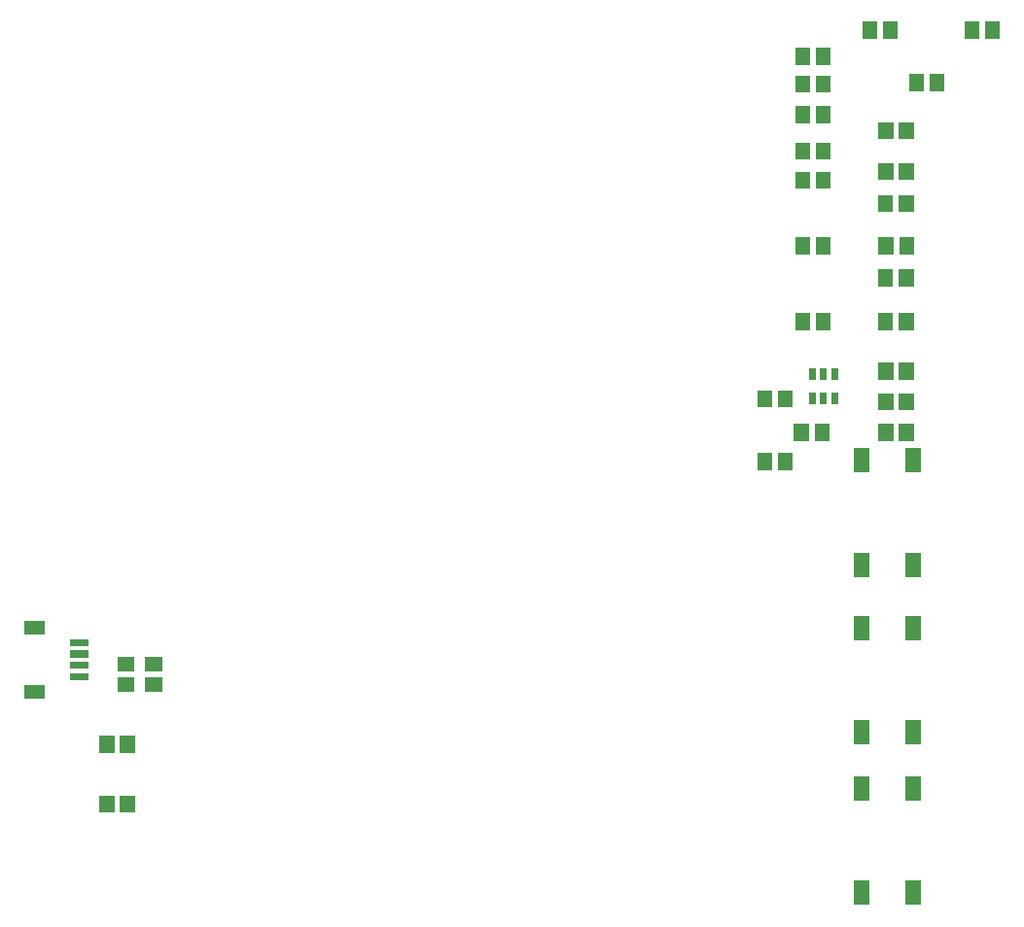
<source format=gbr>
G04 start of page 10 for group -4015 idx -4015 *
G04 Title: (unknown), toppaste *
G04 Creator: pcb 4.0.2 *
G04 CreationDate: Mon Feb 22 18:09:41 2021 UTC *
G04 For: ndholmes *
G04 Format: Gerber/RS-274X *
G04 PCB-Dimensions (mil): 3500.00 3200.00 *
G04 PCB-Coordinate-Origin: lower left *
%MOIN*%
%FSLAX25Y25*%
%LNTOPPASTE*%
%ADD56C,0.0001*%
G54D56*G36*
X308650Y162100D02*X303150D01*
Y153800D01*
X308650D01*
Y162100D01*
G37*
G36*
Y126200D02*X303150D01*
Y117900D01*
X308650D01*
Y126200D01*
G37*
G36*
X290850Y162100D02*X285350D01*
Y153800D01*
X290850D01*
Y162100D01*
G37*
G36*
Y126200D02*X285350D01*
Y117900D01*
X290850D01*
Y126200D01*
G37*
G36*
X308650Y104600D02*X303150D01*
Y96300D01*
X308650D01*
Y104600D01*
G37*
G36*
Y68700D02*X303150D01*
Y60400D01*
X308650D01*
Y68700D01*
G37*
G36*
X290850Y104600D02*X285350D01*
Y96300D01*
X290850D01*
Y104600D01*
G37*
G36*
Y68700D02*X285350D01*
Y60400D01*
X290850D01*
Y68700D01*
G37*
G36*
X308650Y49600D02*X303150D01*
Y41300D01*
X308650D01*
Y49600D01*
G37*
G36*
Y13700D02*X303150D01*
Y5400D01*
X308650D01*
Y13700D01*
G37*
G36*
X290850Y49600D02*X285350D01*
Y41300D01*
X290850D01*
Y49600D01*
G37*
G36*
Y13700D02*X285350D01*
Y5400D01*
X290850D01*
Y13700D01*
G37*
G36*
X280200Y189500D02*X277800D01*
Y185500D01*
X280200D01*
Y189500D01*
G37*
G36*
X276300D02*X273900D01*
Y185500D01*
X276300D01*
Y189500D01*
G37*
G36*
X272400D02*X270000D01*
Y185500D01*
X272400D01*
Y189500D01*
G37*
G36*
Y181300D02*X270000D01*
Y177300D01*
X272400D01*
Y181300D01*
G37*
G36*
X276300D02*X273900D01*
Y177300D01*
X276300D01*
Y181300D01*
G37*
G36*
X280200D02*X277800D01*
Y177300D01*
X280200D01*
Y181300D01*
G37*
G36*
X277145Y170452D02*X272027D01*
Y164548D01*
X277145D01*
Y170452D01*
G37*
G36*
X270059D02*X264941D01*
Y164548D01*
X270059D01*
Y170452D01*
G37*
G36*
X264602Y181952D02*X259484D01*
Y176048D01*
X264602D01*
Y181952D01*
G37*
G36*
X257516D02*X252398D01*
Y176048D01*
X257516D01*
Y181952D01*
G37*
G36*
X264602Y160452D02*X259484D01*
Y154548D01*
X264602D01*
Y160452D01*
G37*
G36*
X257516D02*X252398D01*
Y154548D01*
X257516D01*
Y160452D01*
G37*
G36*
X299016Y191452D02*X293898D01*
Y185548D01*
X299016D01*
Y191452D01*
G37*
G36*
X306102D02*X300984D01*
Y185548D01*
X306102D01*
Y191452D01*
G37*
G36*
X299016Y180952D02*X293898D01*
Y175048D01*
X299016D01*
Y180952D01*
G37*
G36*
X306102D02*X300984D01*
Y175048D01*
X306102D01*
Y180952D01*
G37*
G36*
X299016Y170452D02*X293898D01*
Y164548D01*
X299016D01*
Y170452D01*
G37*
G36*
X306102D02*X300984D01*
Y164548D01*
X306102D01*
Y170452D01*
G37*
G36*
X328516Y308452D02*X323398D01*
Y302548D01*
X328516D01*
Y308452D01*
G37*
G36*
X335602D02*X330484D01*
Y302548D01*
X335602D01*
Y308452D01*
G37*
G36*
X309516Y290452D02*X304398D01*
Y284548D01*
X309516D01*
Y290452D01*
G37*
G36*
X316602D02*X311484D01*
Y284548D01*
X316602D01*
Y290452D01*
G37*
G36*
X293516Y308452D02*X288398D01*
Y302548D01*
X293516D01*
Y308452D01*
G37*
G36*
X300602D02*X295484D01*
Y302548D01*
X300602D01*
Y308452D01*
G37*
G36*
X299016Y273952D02*X293898D01*
Y268048D01*
X299016D01*
Y273952D01*
G37*
G36*
X306102D02*X300984D01*
Y268048D01*
X306102D01*
Y273952D01*
G37*
G36*
X277602Y299452D02*X272484D01*
Y293548D01*
X277602D01*
Y299452D01*
G37*
G36*
X270516D02*X265398D01*
Y293548D01*
X270516D01*
Y299452D01*
G37*
G36*
X277602Y289952D02*X272484D01*
Y284048D01*
X277602D01*
Y289952D01*
G37*
G36*
X270516D02*X265398D01*
Y284048D01*
X270516D01*
Y289952D01*
G37*
G36*
X277602Y279452D02*X272484D01*
Y273548D01*
X277602D01*
Y279452D01*
G37*
G36*
X270516D02*X265398D01*
Y273548D01*
X270516D01*
Y279452D01*
G37*
G36*
X298973Y223452D02*X293855D01*
Y217548D01*
X298973D01*
Y223452D01*
G37*
G36*
X306059D02*X300941D01*
Y217548D01*
X306059D01*
Y223452D01*
G37*
G36*
X298973Y248952D02*X293855D01*
Y243048D01*
X298973D01*
Y248952D01*
G37*
G36*
X306059D02*X300941D01*
Y243048D01*
X306059D01*
Y248952D01*
G37*
G36*
X299016Y259952D02*X293898D01*
Y254048D01*
X299016D01*
Y259952D01*
G37*
G36*
X306102D02*X300984D01*
Y254048D01*
X306102D01*
Y259952D01*
G37*
G36*
X270516Y234452D02*X265398D01*
Y228548D01*
X270516D01*
Y234452D01*
G37*
G36*
X277602D02*X272484D01*
Y228548D01*
X277602D01*
Y234452D01*
G37*
G36*
X270516Y256952D02*X265398D01*
Y251048D01*
X270516D01*
Y256952D01*
G37*
G36*
X277602D02*X272484D01*
Y251048D01*
X277602D01*
Y256952D01*
G37*
G36*
X306059Y208452D02*X300941D01*
Y202548D01*
X306059D01*
Y208452D01*
G37*
G36*
X298973D02*X293855D01*
Y202548D01*
X298973D01*
Y208452D01*
G37*
G36*
X277602D02*X272484D01*
Y202548D01*
X277602D01*
Y208452D01*
G37*
G36*
X270516D02*X265398D01*
Y202548D01*
X270516D01*
Y208452D01*
G37*
G36*
X299059Y234452D02*X293941D01*
Y228548D01*
X299059D01*
Y234452D01*
G37*
G36*
X306145D02*X301027D01*
Y228548D01*
X306145D01*
Y234452D01*
G37*
G36*
X277602Y266952D02*X272484D01*
Y261048D01*
X277602D01*
Y266952D01*
G37*
G36*
X270516D02*X265398D01*
Y261048D01*
X270516D01*
Y266952D01*
G37*
G36*
X33048Y90602D02*Y85484D01*
X38952D01*
Y90602D01*
X33048D01*
G37*
G36*
Y83516D02*Y78398D01*
X38952D01*
Y83516D01*
X33048D01*
G37*
G36*
X32016Y63452D02*X26898D01*
Y57548D01*
X32016D01*
Y63452D01*
G37*
G36*
X39102D02*X33984D01*
Y57548D01*
X39102D01*
Y63452D01*
G37*
G36*
X42548Y90602D02*Y85484D01*
X48452D01*
Y90602D01*
X42548D01*
G37*
G36*
Y83516D02*Y78398D01*
X48452D01*
Y83516D01*
X42548D01*
G37*
G36*
X32016Y42952D02*X26898D01*
Y37048D01*
X32016D01*
Y42952D01*
G37*
G36*
X39102D02*X33984D01*
Y37048D01*
X39102D01*
Y42952D01*
G37*
G36*
X16949Y96587D02*Y94225D01*
X23051D01*
Y96587D01*
X16949D01*
G37*
G36*
Y92650D02*Y90288D01*
X23051D01*
Y92650D01*
X16949D01*
G37*
G36*
Y88712D02*Y86350D01*
X23051D01*
Y88712D01*
X16949D01*
G37*
G36*
Y84775D02*Y82413D01*
X23051D01*
Y84775D01*
X16949D01*
G37*
G36*
X1201Y102886D02*Y98162D01*
X8287D01*
Y102886D01*
X1201D01*
G37*
G36*
Y80838D02*Y76114D01*
X8287D01*
Y80838D01*
X1201D01*
G37*
M02*

</source>
